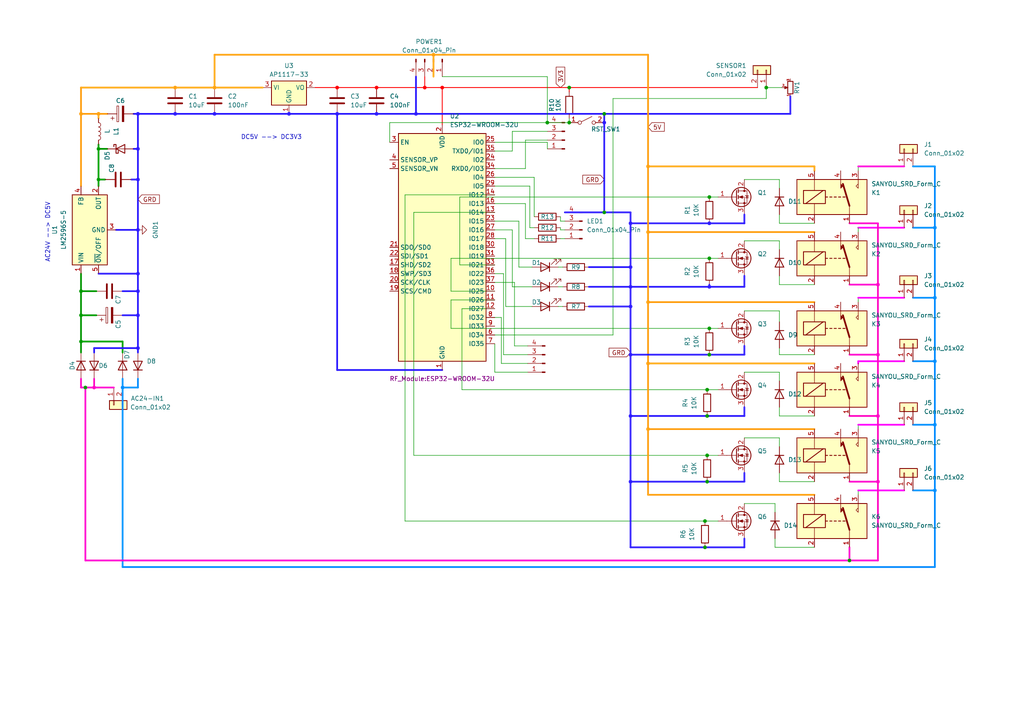
<source format=kicad_sch>
(kicad_sch (version 20230121) (generator eeschema)
  (paper "A4")
  (title_block (rev "1.2.0.1"))
  (lib_symbols
    (symbol "Connector:Conn_01x04_Pin" (pin_names (offset 1.016) hide)
      (property "Reference" "J" (at 0 5.08 0))
      (property "Value" "Conn_01x04_Pin" (at 0 -7.62 0))
      (symbol "Conn_01x04_Pin_1_1"
        (pin passive line (at 5.08 2.54 180) (length 3.81) (name "Pin_1") (number "1"))
        (pin passive line (at 5.08 0 180) (length 3.81) (name "Pin_2") (number "2"))
        (pin passive line (at 5.08 -2.54 180) (length 3.81) (name "Pin_3") (number "3"))
        (pin passive line (at 5.08 -5.08 180) (length 3.81) (name "Pin_4") (number "4"))
      )
    )
    (symbol "Connector_Generic:Conn_01x02" (pin_names (offset 1.016) hide)
      (property "Reference" "J" (at 0 2.54 0))
      (property "Value" "Conn_01x02" (at 0 -5.08 0))
      (symbol "Conn_01x02_1_1"
        (pin passive line (at -5.08 0 0) (length 3.81) (name "Pin_1") (number "1"))
        (pin passive line (at -5.08 -2.54 0) (length 3.81) (name "Pin_2") (number "2"))
      )
    )
    (symbol "Device:C" (pin_numbers hide) (pin_names (offset 0.254))
      (property "Reference" "C" (at 0.635 2.54 0))
      (property "Value" "C" (at 0.635 -2.54 0))
      (symbol "C_1_1"
        (pin passive line (at 0 3.81 270) (length 2.794) (name "~") (number "1"))
        (pin passive line (at 0 -3.81 90) (length 2.794) (name "~") (number "2"))
      )
    )
    (symbol "Device:C_Polarized" (pin_numbers hide) (pin_names (offset 0.254))
      (property "Reference" "C" (at 0.635 2.54 0))
      (property "Value" "C_Polarized" (at 0.635 -2.54 0))
      (symbol "C_Polarized_1_1"
        (pin passive line (at 0 3.81 270) (length 2.794) (name "~") (number "1"))
        (pin passive line (at 0 -3.81 90) (length 2.794) (name "~") (number "2"))
      )
    )
    (symbol "Device:L" (pin_numbers hide) (pin_names (offset 1.016) hide)
      (property "Reference" "L" (at -1.27 0 90))
      (property "Value" "L" (at 1.905 0 90))
      (symbol "L_1_1"
        (pin passive line (at 0 3.81 270) (length 1.27) (name "1") (number "1"))
        (pin passive line (at 0 -3.81 90) (length 1.27) (name "2") (number "2"))
      )
    )
    (symbol "Device:LED" (pin_numbers hide) (pin_names (offset 1.016) hide)
      (property "Reference" "D" (at 0 2.54 0))
      (property "Value" "LED" (at 0 -2.54 0))
      (symbol "LED_1_1"
        (pin passive line (at -3.81 0 0) (length 2.54) (name "K") (number "1"))
        (pin passive line (at 3.81 0 180) (length 2.54) (name "A") (number "2"))
      )
    )
    (symbol "Device:Q_NMOS_GDS" (pin_names (offset 0) hide)
      (property "Reference" "Q" (at 5.08 1.27 0))
      (property "Value" "Q_NMOS_GDS" (at 5.08 -1.27 0))
      (symbol "Q_NMOS_GDS_1_1"
        (pin input line (at -5.08 0 0) (length 2.54) (name "G") (number "1"))
        (pin passive line (at 2.54 5.08 270) (length 2.54) (name "D") (number "2"))
        (pin passive line (at 2.54 -5.08 90) (length 2.54) (name "S") (number "3"))
      )
    )
    (symbol "Device:R" (pin_numbers hide) (pin_names (offset 0))
      (property "Reference" "R" (at 2.032 0 90))
      (property "Value" "R" (at 0 0 90))
      (symbol "R_1_1"
        (pin passive line (at 0 3.81 270) (length 1.27) (name "~") (number "1"))
        (pin passive line (at 0 -3.81 90) (length 1.27) (name "~") (number "2"))
      )
    )
    (symbol "Device:R_Potentiometer_Small" (pin_names (offset 1.016) hide)
      (property "Reference" "RV" (at -4.445 0 90))
      (property "Value" "R_Potentiometer_Small" (at -2.54 0 90))
      (symbol "R_Potentiometer_Small_1_1"
        (pin passive line (at 0 2.54 270) (length 0.635) (name "1") (number "1"))
        (pin passive line (at 2.54 0 180) (length 0.9906) (name "2") (number "2"))
        (pin passive line (at 0 -2.54 90) (length 0.635) (name "3") (number "3"))
      )
    )
    (symbol "Diode:B140-E3" (pin_numbers hide) (pin_names hide)
      (property "Reference" "D" (at 0 2.54 0))
      (property "Value" "B140-E3" (at 0 -2.54 0))
      (symbol "B140-E3_1_1"
        (pin passive line (at -3.81 0 0) (length 2.54) (name "K") (number "1"))
        (pin passive line (at 3.81 0 180) (length 2.54) (name "A") (number "2"))
      )
    )
    (symbol "Diode:US1A" (pin_numbers hide) (pin_names hide)
      (property "Reference" "D" (at 0 2.54 0))
      (property "Value" "US1A" (at 0 -2.54 0))
      (symbol "US1A_1_1"
        (pin passive line (at -3.81 0 0) (length 2.54) (name "K") (number "1"))
        (pin passive line (at 3.81 0 180) (length 2.54) (name "A") (number "2"))
      )
    )
    (symbol "RF_Module:ESP32-WROOM-32D"
      (property "Reference" "U" (at -12.7 34.29 0))
      (property "Value" "ESP32-WROOM-32D" (at 1.27 34.29 0))
      (symbol "ESP32-WROOM-32D_1_1"
        (pin power_in line (at 0 -35.56 90) (length 2.54) (name "GND") (number "1"))
        (pin bidirectional line (at 15.24 -12.7 180) (length 2.54) (name "IO25") (number "10"))
        (pin bidirectional line (at 15.24 -15.24 180) (length 2.54) (name "IO26") (number "11"))
        (pin bidirectional line (at 15.24 -17.78 180) (length 2.54) (name "IO27") (number "12"))
        (pin bidirectional line (at 15.24 10.16 180) (length 2.54) (name "IO14") (number "13"))
        (pin bidirectional line (at 15.24 15.24 180) (length 2.54) (name "IO12") (number "14"))
        (pin passive line (at 0 -35.56 90) (length 2.54) hide (name "GND") (number "15"))
        (pin bidirectional line (at 15.24 12.7 180) (length 2.54) (name "IO13") (number "16"))
        (pin bidirectional line (at -15.24 -5.08 0) (length 2.54) (name "SHD/SD2") (number "17"))
        (pin bidirectional line (at -15.24 -7.62 0) (length 2.54) (name "SWP/SD3") (number "18"))
        (pin bidirectional line (at -15.24 -12.7 0) (length 2.54) (name "SCS/CMD") (number "19"))
        (pin power_in line (at 0 35.56 270) (length 2.54) (name "VDD") (number "2"))
        (pin bidirectional line (at -15.24 -10.16 0) (length 2.54) (name "SCK/CLK") (number "20"))
        (pin bidirectional line (at -15.24 0 0) (length 2.54) (name "SDO/SD0") (number "21"))
        (pin bidirectional line (at -15.24 -2.54 0) (length 2.54) (name "SDI/SD1") (number "22"))
        (pin bidirectional line (at 15.24 7.62 180) (length 2.54) (name "IO15") (number "23"))
        (pin bidirectional line (at 15.24 25.4 180) (length 2.54) (name "IO2") (number "24"))
        (pin bidirectional line (at 15.24 30.48 180) (length 2.54) (name "IO0") (number "25"))
        (pin bidirectional line (at 15.24 20.32 180) (length 2.54) (name "IO4") (number "26"))
        (pin bidirectional line (at 15.24 5.08 180) (length 2.54) (name "IO16") (number "27"))
        (pin bidirectional line (at 15.24 2.54 180) (length 2.54) (name "IO17") (number "28"))
        (pin bidirectional line (at 15.24 17.78 180) (length 2.54) (name "IO5") (number "29"))
        (pin input line (at -15.24 30.48 0) (length 2.54) (name "EN") (number "3"))
        (pin bidirectional line (at 15.24 0 180) (length 2.54) (name "IO18") (number "30"))
        (pin bidirectional line (at 15.24 -2.54 180) (length 2.54) (name "IO19") (number "31"))
        (pin no_connect line (at -12.7 -27.94 0) (length 2.54) hide (name "NC") (number "32"))
        (pin bidirectional line (at 15.24 -5.08 180) (length 2.54) (name "IO21") (number "33"))
        (pin bidirectional line (at 15.24 22.86 180) (length 2.54) (name "RXD0/IO3") (number "34"))
        (pin bidirectional line (at 15.24 27.94 180) (length 2.54) (name "TXD0/IO1") (number "35"))
        (pin bidirectional line (at 15.24 -7.62 180) (length 2.54) (name "IO22") (number "36"))
        (pin bidirectional line (at 15.24 -10.16 180) (length 2.54) (name "IO23") (number "37"))
        (pin passive line (at 0 -35.56 90) (length 2.54) hide (name "GND") (number "38"))
        (pin passive line (at 0 -35.56 90) (length 2.54) hide (name "GND") (number "39"))
        (pin input line (at -15.24 25.4 0) (length 2.54) (name "SENSOR_VP") (number "4"))
        (pin input line (at -15.24 22.86 0) (length 2.54) (name "SENSOR_VN") (number "5"))
        (pin input line (at 15.24 -25.4 180) (length 2.54) (name "IO34") (number "6"))
        (pin input line (at 15.24 -27.94 180) (length 2.54) (name "IO35") (number "7"))
        (pin bidirectional line (at 15.24 -20.32 180) (length 2.54) (name "IO32") (number "8"))
        (pin bidirectional line (at 15.24 -22.86 180) (length 2.54) (name "IO33") (number "9"))
      )
    )
    (symbol "Regulator_Linear:AP1117-33"
      (property "Reference" "U" (at -3.81 3.175 0))
      (property "Value" "AP1117-33" (at 0 3.175 0))
      (symbol "AP1117-33_1_1"
        (pin power_in line (at 0 -7.62 90) (length 2.54) (name "GND") (number "1"))
        (pin power_out line (at 7.62 0 180) (length 2.54) (name "VO") (number "2"))
        (pin power_in line (at -7.62 0 0) (length 2.54) (name "VI") (number "3"))
      )
    )
    (symbol "Regulator_Switching:LM2596S-5"
      (property "Reference" "U" (at -10.16 6.35 0))
      (property "Value" "LM2596S-5" (at 0 6.35 0))
      (symbol "LM2596S-5_1_1"
        (pin power_in line (at -12.7 2.54 0) (length 2.54) (name "VIN") (number "1"))
        (pin output line (at 12.7 -2.54 180) (length 2.54) (name "OUT") (number "2"))
        (pin power_in line (at 0 -7.62 90) (length 2.54) (name "GND") (number "3"))
        (pin input line (at 12.7 2.54 180) (length 2.54) (name "FB") (number "4"))
        (pin input line (at -12.7 -2.54 0) (length 2.54) (name "~{ON}/OFF") (number "5"))
      )
    )
    (symbol "Relay:SANYOU_SRD_Form_C"
      (property "Reference" "K" (at 11.43 3.81 0))
      (property "Value" "SANYOU_SRD_Form_C" (at 11.43 1.27 0))
      (symbol "SANYOU_SRD_Form_C_1_1"
        (pin passive line (at 5.08 -7.62 90) (length 2.54) (name "~") (number "1"))
        (pin passive line (at -5.08 -7.62 90) (length 2.54) (name "~") (number "2"))
        (pin passive line (at 7.62 7.62 270) (length 2.54) (name "~") (number "3"))
        (pin passive line (at 2.54 7.62 270) (length 2.54) (name "~") (number "4"))
        (pin passive line (at -5.08 7.62 270) (length 2.54) (name "~") (number "5"))
      )
    )
    (symbol "Switch:SW_SPST" (pin_names (offset 0) hide)
      (property "Reference" "SW" (at 0 3.175 0))
      (property "Value" "SW_SPST" (at 0 -2.54 0))
      (symbol "SW_SPST_1_1"
        (pin passive line (at -5.08 0 0) (length 2.54) (name "A") (number "1"))
        (pin passive line (at 5.08 0 180) (length 2.54) (name "B") (number "2"))
      )
    )
    (symbol "power:GND1" (power) (pin_names (offset 0))
      (property "Value" "GND1" (at 0 -3.81 0))
      (symbol "GND1_1_1"
        (pin power_in line (at 0 0 270) (length 0) hide (name "GND1") (number "1"))
      )
    )
  )
  (junction (at 175.26 33.02))
  (junction (at 23.495 99.06))
  (junction (at 204.47 158.75))
  (junction (at 28.575 43.18))
  (junction (at 254.635 139.7) (color 255 4 195 1))
  (junction (at 128.27 25.4) (color 255 0 4 1))
  (junction (at 254.635 102.87) (color 255 4 195 1))
  (junction (at 28.575 52.07))
  (junction (at 23.495 91.44))
  (junction (at 125.73 15.875) (color 255 158 14 1))
  (junction (at 40.005 43.18) (color 41 23 255 1))
  (junction (at 187.96 48.26) (color 255 158 14 1))
  (junction (at 62.23 25.4) (color 255 158 14 1))
  (junction (at 40.005 100.965) (color 41 23 255 1))
  (junction (at 205.74 57.15))
  (junction (at 83.82 33.02) (color 41 23 255 1))
  (junction (at 175.26 61.595))
  (junction (at 222.25 25.4))
  (junction (at 123.19 25.4) (color 255 0 4 1))
  (junction (at 165.1 25.4))
  (junction (at 97.79 33.02) (color 41 23 255 1))
  (junction (at 35.56 112.395) (color 0 138 255 1))
  (junction (at 40.005 79.375) (color 41 23 255 1))
  (junction (at 50.8 25.4) (color 255 158 14 1))
  (junction (at 23.495 33.02) (color 255 158 14 1))
  (junction (at 182.88 102.87) (color 41 23 255 1))
  (junction (at 187.96 67.31) (color 255 158 14 1))
  (junction (at 109.22 25.4) (color 255 0 4 1))
  (junction (at 271.145 66.04) (color 0 138 255 1))
  (junction (at 50.8 33.02) (color 41 23 255 1))
  (junction (at 271.145 142.24) (color 0 138 255 1))
  (junction (at 187.96 124.46) (color 255 158 14 1))
  (junction (at 187.96 87.63) (color 255 158 14 1))
  (junction (at 175.26 35.56) (color 41 23 255 1))
  (junction (at 246.38 162.56))
  (junction (at 271.145 123.19) (color 0 138 255 1))
  (junction (at 182.88 120.65) (color 41 23 255 1))
  (junction (at 271.145 86.36) (color 0 138 255 1))
  (junction (at 97.79 25.4) (color 255 0 4 1))
  (junction (at 254.635 120.65) (color 255 4 195 1))
  (junction (at 205.105 132.08))
  (junction (at 120.65 33.02) (color 41 23 255 1))
  (junction (at 254.635 82.55) (color 255 4 195 1))
  (junction (at 40.005 66.675) (color 41 23 255 1))
  (junction (at 165.1 35.56))
  (junction (at 62.23 33.02) (color 41 23 255 1))
  (junction (at 205.74 102.87))
  (junction (at 205.105 120.65))
  (junction (at 204.47 151.13))
  (junction (at 40.005 84.455) (color 41 23 255 1))
  (junction (at 271.145 104.775) (color 0 138 255 1))
  (junction (at 182.88 88.9) (color 41 23 255 1))
  (junction (at 27.305 112.395) (color 255 4 195 1))
  (junction (at 182.88 139.7) (color 41 23 255 1))
  (junction (at 182.88 64.77) (color 41 23 255 1))
  (junction (at 205.74 64.77) (color 41 23 255 1))
  (junction (at 182.88 77.47) (color 41 23 255 1))
  (junction (at 205.74 83.185) (color 41 23 255 1))
  (junction (at 205.105 113.03))
  (junction (at 205.74 95.25))
  (junction (at 40.005 91.44) (color 41 23 255 1))
  (junction (at 109.22 33.02) (color 41 23 255 1))
  (junction (at 205.105 139.7))
  (junction (at 40.005 33.02) (color 41 23 255 1))
  (junction (at 187.96 105.41) (color 255 158 14 1))
  (junction (at 182.88 83.185) (color 41 23 255 1))
  (junction (at 24.765 112.395))
  (junction (at 23.495 84.455))
  (junction (at 158.75 35.56))
  (junction (at 28.575 33.02) (color 255 158 14 1))
  (junction (at 40.005 52.07) (color 41 23 255 1))
  (junction (at 205.74 74.93))
  (wire (pts (xy 146.685 69.215) (xy 143.51 69.215)))
  (wire (pts (xy 120.65 22.225) (xy 120.65 33.02)) (stroke (width 0.5) (color 41 23 255 1)))
  (wire (pts (xy 187.96 87.63) (xy 236.22 87.63)) (stroke (width 0.5) (color 255 158 14 1)))
  (wire (pts (xy 236.22 49.53) (xy 236.22 48.26)) (stroke (width 0.5) (color 255 158 14 1)))
  (wire (pts (xy 23.495 84.455) (xy 23.495 91.44)) (stroke (width 0.5)))
  (wire (pts (xy 224.79 148.59) (xy 224.79 146.05)))
  (wire (pts (xy 28.575 52.07) (xy 28.575 43.18)) (stroke (width 0.5)))
  (wire (pts (xy 23.495 84.455) (xy 27.94 84.455)) (stroke (width 0.5)))
  (wire (pts (xy 40.005 84.455) (xy 40.005 91.44)) (stroke (width 0.5) (color 41 23 255 1)))
  (wire (pts (xy 170.815 77.47) (xy 182.88 77.47)) (stroke (width 0.5) (color 41 23 255 1)))
  (wire (pts (xy 143.51 43.815) (xy 148.59 43.815)))
  (wire (pts (xy 226.06 127) (xy 226.06 129.54)))
  (wire (pts (xy 128.27 25.4) (xy 165.1 25.4)) (stroke (width 0.25) (color 255 0 4 1)))
  (wire (pts (xy 83.82 33.02) (xy 97.79 33.02)) (stroke (width 0.5) (color 41 23 255 1)))
  (wire (pts (xy 109.22 25.4) (xy 123.19 25.4)) (stroke (width 0.25) (color 255 0 4 1)))
  (wire (pts (xy 226.06 102.87) (xy 236.22 102.87)))
  (wire (pts (xy 33.655 66.675) (xy 40.005 66.675)) (stroke (width 0.5) (color 41 23 255 1)))
  (wire (pts (xy 236.22 158.75) (xy 224.79 158.75)))
  (wire (pts (xy 130.81 86.995) (xy 143.51 86.995)))
  (wire (pts (xy 158.75 40.64) (xy 152.4 40.64)))
  (wire (pts (xy 215.9 120.65) (xy 215.9 118.11)) (stroke (width 0.5) (color 41 23 255 1)))
  (wire (pts (xy 248.92 48.26) (xy 262.255 48.26)) (stroke (width 0.5) (color 255 7 206 1)))
  (wire (pts (xy 187.96 124.46) (xy 187.96 143.51)) (stroke (width 0.5) (color 255 158 14 1)))
  (wire (pts (xy 229.235 27.94) (xy 229.235 33.02)) (stroke (width 0.5) (color 41 23 255 1)))
  (wire (pts (xy 133.985 89.535) (xy 143.51 89.535)))
  (wire (pts (xy 154.94 51.435) (xy 154.94 62.865)))
  (wire (pts (xy 154.305 77.47) (xy 150.495 77.47)))
  (wire (pts (xy 24.765 112.395) (xy 27.305 112.395)) (stroke (width 0.5) (color 255 4 195 1)))
  (wire (pts (xy 264.795 123.19) (xy 271.145 123.19)) (stroke (width 0.5) (color 0 138 255 1)))
  (wire (pts (xy 97.79 25.4) (xy 109.22 25.4)) (stroke (width 0.25) (color 255 0 4 1)))
  (wire (pts (xy 38.735 33.02) (xy 40.005 33.02)) (stroke (width 0.5) (color 41 23 255 1)))
  (wire (pts (xy 182.88 77.47) (xy 182.88 83.185)) (stroke (width 0.5) (color 41 23 255 1)))
  (wire (pts (xy 222.25 25.4) (xy 222.25 28.575)))
  (wire (pts (xy 182.88 158.75) (xy 182.88 139.7)) (stroke (width 0.5) (color 41 23 255 1)))
  (wire (pts (xy 120.65 33.02) (xy 175.26 33.02)) (stroke (width 0.5) (color 41 23 255 1)))
  (wire (pts (xy 133.35 57.15) (xy 205.74 57.15)))
  (wire (pts (xy 248.92 104.775) (xy 262.255 104.775)) (stroke (width 0.5) (color 255 0 251 1)))
  (wire (pts (xy 133.985 113.03) (xy 133.985 89.535)))
  (wire (pts (xy 23.495 53.975) (xy 23.495 33.02)) (stroke (width 0.5) (color 255 158 14 1)))
  (wire (pts (xy 248.92 123.19) (xy 262.255 123.19)) (stroke (width 0.5) (color 255 0 251 1)))
  (wire (pts (xy 165.1 25.4) (xy 165.1 26.67)) (stroke (width 0.25) (color 255 0 4 1)))
  (wire (pts (xy 182.88 102.87) (xy 182.88 120.65)) (stroke (width 0.5) (color 41 23 255 1)))
  (wire (pts (xy 130.81 74.93) (xy 205.74 74.93)))
  (wire (pts (xy 24.765 162.56) (xy 246.38 162.56)) (stroke (width 0.5) (color 255 4 195 1)))
  (wire (pts (xy 149.225 100.33) (xy 149.225 81.915)))
  (wire (pts (xy 248.92 86.36) (xy 262.255 86.36)) (stroke (width 0.5) (color 255 0 251 1)))
  (wire (pts (xy 165.1 25.4) (xy 219.71 25.4)) (stroke (width 0.25) (color 255 0 4 1)))
  (wire (pts (xy 254.635 64.77) (xy 246.38 64.77)) (stroke (width 0.5) (color 255 4 195 1)))
  (wire (pts (xy 123.19 22.225) (xy 123.19 25.4)) (stroke (width 0.25) (color 255 0 4 1)))
  (wire (pts (xy 27.305 112.395) (xy 33.02 112.395)) (stroke (width 0.5) (color 255 4 195 1)))
  (wire (pts (xy 226.06 80.01) (xy 226.06 82.55)))
  (wire (pts (xy 38.735 43.18) (xy 40.005 43.18)) (stroke (width 0.5) (color 41 23 255 1)))
  (wire (pts (xy 35.56 164.465) (xy 35.56 112.395)) (stroke (width 0.5) (color 0 138 255 1)))
  (wire (pts (xy 248.92 86.36) (xy 248.92 87.63)))
  (wire (pts (xy 153.67 53.975) (xy 153.67 66.04)))
  (wire (pts (xy 175.26 35.56) (xy 175.26 61.595)) (stroke (width 0.5) (color 41 23 255 1)))
  (wire (pts (xy 271.145 123.19) (xy 271.145 142.24)) (stroke (width 0.5) (color 0 138 255 1)))
  (wire (pts (xy 254.635 64.77) (xy 254.635 82.55)) (stroke (width 0.5) (color 255 4 195 1)))
  (wire (pts (xy 226.06 62.23) (xy 226.06 64.77)))
  (wire (pts (xy 117.475 151.13) (xy 204.47 151.13)))
  (wire (pts (xy 125.73 15.875) (xy 187.96 15.875)) (stroke (width 0.5) (color 255 158 14 1)))
  (wire (pts (xy 264.795 104.775) (xy 271.145 104.775)) (stroke (width 0.5) (color 0 138 255 1)))
  (wire (pts (xy 205.74 74.93) (xy 208.28 74.93)))
  (wire (pts (xy 158.75 41.275) (xy 158.75 43.18)))
  (wire (pts (xy 205.74 95.25) (xy 208.28 95.25)))
  (wire (pts (xy 170.815 83.185) (xy 182.88 83.185)) (stroke (width 0.5) (color 41 23 255 1)))
  (wire (pts (xy 145.415 92.075) (xy 143.51 92.075)))
  (wire (pts (xy 28.575 33.02) (xy 31.115 33.02)) (stroke (width 0.5) (color 255 158 14 1)))
  (wire (pts (xy 248.92 66.04) (xy 262.255 66.04)) (stroke (width 0.5) (color 255 0 251 1)))
  (wire (pts (xy 143.51 97.155) (xy 177.8 97.155)))
  (wire (pts (xy 161.925 83.185) (xy 163.195 83.185)))
  (wire (pts (xy 153.035 102.87) (xy 146.05 102.87)))
  (wire (pts (xy 205.74 64.77) (xy 215.9 64.77)) (stroke (width 0.5) (color 41 23 255 1)))
  (wire (pts (xy 248.92 48.26) (xy 248.92 49.53)))
  (wire (pts (xy 163.195 77.47) (xy 161.925 77.47)))
  (wire (pts (xy 246.38 162.56) (xy 254.635 162.56)) (stroke (width 0.5) (color 255 4 195 1)))
  (wire (pts (xy 254.635 82.55) (xy 254.635 102.87)) (stroke (width 0.5) (color 255 4 195 1)))
  (wire (pts (xy 215.9 139.7) (xy 215.9 137.16)) (stroke (width 0.5) (color 41 23 255 1)))
  (wire (pts (xy 226.06 64.77) (xy 236.22 64.77)))
  (wire (pts (xy 248.92 142.24) (xy 262.255 142.24)) (stroke (width 0.5) (color 255 0 251 1)))
  (wire (pts (xy 40.005 79.375) (xy 40.005 84.455)) (stroke (width 0.5) (color 41 23 255 1)))
  (wire (pts (xy 271.145 86.36) (xy 271.145 104.775)) (stroke (width 0.5) (color 0 138 255 1)))
  (wire (pts (xy 246.38 158.75) (xy 246.38 162.56)) (stroke (width 0.5) (color 255 4 195 1)))
  (wire (pts (xy 40.005 43.18) (xy 40.005 33.02)) (stroke (width 0.5) (color 41 23 255 1)))
  (wire (pts (xy 120.015 61.595) (xy 143.51 61.595)))
  (wire (pts (xy 28.575 79.375) (xy 40.005 79.375)) (stroke (width 0.5) (color 41 23 255 1)))
  (wire (pts (xy 204.47 158.75) (xy 215.9 158.75)) (stroke (width 0.5) (color 41 23 255 1)))
  (wire (pts (xy 175.26 61.595) (xy 182.88 61.595)) (stroke (width 0.5) (color 41 23 255 1)))
  (wire (pts (xy 62.23 33.02) (xy 83.82 33.02)) (stroke (width 0.5) (color 41 23 255 1)))
  (wire (pts (xy 205.105 132.08) (xy 208.28 132.08)))
  (wire (pts (xy 28.575 53.975) (xy 28.575 52.07)) (stroke (width 0.5)))
  (wire (pts (xy 215.9 69.85) (xy 226.06 69.85)))
  (wire (pts (xy 165.1 34.29) (xy 165.1 35.56)))
  (wire (pts (xy 153.035 100.33) (xy 149.225 100.33)))
  (wire (pts (xy 146.685 88.9) (xy 146.685 69.215)))
  (wire (pts (xy 143.51 56.515) (xy 117.475 56.515)))
  (wire (pts (xy 163.83 66.675) (xy 162.56 66.675)))
  (wire (pts (xy 205.74 83.185) (xy 215.9 83.185)) (stroke (width 0.5) (color 41 23 255 1)))
  (wire (pts (xy 120.015 132.08) (xy 120.015 61.595)))
  (wire (pts (xy 143.51 59.055) (xy 152.4 59.055)))
  (wire (pts (xy 205.74 57.15) (xy 208.28 57.15)))
  (wire (pts (xy 148.59 38.1) (xy 148.59 43.815)))
  (wire (pts (xy 158.75 22.225) (xy 158.75 35.56)))
  (wire (pts (xy 130.81 84.455) (xy 143.51 84.455)))
  (wire (pts (xy 146.05 79.375) (xy 146.05 102.87)))
  (wire (pts (xy 91.44 25.4) (xy 97.79 25.4)) (stroke (width 0.25) (color 255 0 4 1)))
  (wire (pts (xy 143.51 41.275) (xy 158.75 41.275)))
  (wire (pts (xy 271.145 66.04) (xy 271.145 86.36)) (stroke (width 0.5) (color 0 138 255 1)))
  (wire (pts (xy 97.79 33.02) (xy 97.79 107.315)) (stroke (width 0.5) (color 41 23 255 1)))
  (wire (pts (xy 205.105 139.7) (xy 215.9 139.7)) (stroke (width 0.5) (color 41 23 255 1)))
  (wire (pts (xy 264.795 48.26) (xy 271.145 48.26)) (stroke (width 0.5) (color 0 138 255 1)))
  (wire (pts (xy 152.4 59.055) (xy 152.4 69.215)))
  (wire (pts (xy 163.83 64.135) (xy 162.56 64.135)))
  (wire (pts (xy 40.005 79.375) (xy 40.005 66.675)) (stroke (width 0.5) (color 41 23 255 1)))
  (wire (pts (xy 222.25 25.4) (xy 226.695 25.4)))
  (wire (pts (xy 35.56 112.395) (xy 40.005 112.395)) (stroke (width 0.5) (color 0 138 255 1)))
  (wire (pts (xy 146.05 79.375) (xy 143.51 79.375)))
  (wire (pts (xy 226.06 52.07) (xy 226.06 54.61)))
  (wire (pts (xy 143.51 81.915) (xy 149.225 81.915)))
  (wire (pts (xy 246.38 120.65) (xy 254.635 120.65)) (stroke (width 0.5) (color 255 4 195 1)))
  (wire (pts (xy 187.96 105.41) (xy 236.22 105.41)) (stroke (width 0.5) (color 255 158 14 1)))
  (wire (pts (xy 187.96 124.46) (xy 236.22 124.46)) (stroke (width 0.5) (color 255 158 14 1)))
  (wire (pts (xy 246.38 139.7) (xy 254.635 139.7)) (stroke (width 0.5) (color 255 4 195 1)))
  (wire (pts (xy 128.27 22.225) (xy 158.75 22.225)))
  (wire (pts (xy 271.145 48.26) (xy 271.145 66.04)) (stroke (width 0.5) (color 0 138 255 1)))
  (wire (pts (xy 40.005 91.44) (xy 40.005 100.965)) (stroke (width 0.5) (color 41 23 255 1)))
  (wire (pts (xy 222.25 28.575) (xy 177.8 28.575)))
  (wire (pts (xy 162.56 66.675) (xy 162.56 66.04)))
  (wire (pts (xy 23.495 99.06) (xy 23.495 102.235)) (stroke (width 0.5)))
  (wire (pts (xy 162.56 64.135) (xy 162.56 62.865)))
  (wire (pts (xy 215.9 102.87) (xy 215.9 100.33)) (stroke (width 0.5) (color 41 23 255 1)))
  (wire (pts (xy 97.79 107.315) (xy 128.27 107.315)) (stroke (width 0.5) (color 41 23 255 1)))
  (wire (pts (xy 187.96 67.31) (xy 187.96 87.63)) (stroke (width 0.5) (color 255 158 14 1)))
  (wire (pts (xy 175.26 33.02) (xy 229.235 33.02)) (stroke (width 0.5) (color 41 23 255 1)))
  (wire (pts (xy 23.495 109.855) (xy 23.495 112.395)) (stroke (width 0.5) (color 255 4 195 1)))
  (wire (pts (xy 154.94 51.435) (xy 143.51 51.435)))
  (wire (pts (xy 130.81 95.25) (xy 130.81 86.995)))
  (wire (pts (xy 62.23 15.875) (xy 62.23 25.4)) (stroke (width 0.5) (color 255 158 14 1)))
  (wire (pts (xy 236.22 67.31) (xy 187.96 67.31)) (stroke (width 0.5) (color 255 158 14 1)))
  (wire (pts (xy 154.305 83.185) (xy 148.59 83.185)))
  (wire (pts (xy 248.92 142.24) (xy 248.92 143.51)))
  (wire (pts (xy 226.06 120.65) (xy 236.22 120.65)))
  (wire (pts (xy 248.92 104.775) (xy 248.92 105.41)) (stroke (width 0.5) (color 255 0 251 1)))
  (wire (pts (xy 182.88 120.65) (xy 205.105 120.65)) (stroke (width 0.5) (color 41 23 255 1)))
  (wire (pts (xy 187.96 87.63) (xy 187.96 105.41)) (stroke (width 0.5) (color 255 158 14 1)))
  (wire (pts (xy 158.75 38.1) (xy 148.59 38.1)))
  (wire (pts (xy 133.35 57.15) (xy 133.35 76.835)))
  (wire (pts (xy 23.495 91.44) (xy 23.495 99.06)) (stroke (width 0.5)))
  (wire (pts (xy 175.26 33.02) (xy 175.26 35.56)) (stroke (width 0.5) (color 41 23 255 1)))
  (wire (pts (xy 123.19 25.4) (xy 128.27 25.4)) (stroke (width 0.25) (color 255 0 4 1)))
  (wire (pts (xy 97.79 33.02) (xy 109.22 33.02)) (stroke (width 0.5) (color 41 23 255 1)))
  (wire (pts (xy 113.03 35.56) (xy 158.75 35.56)))
  (wire (pts (xy 248.92 66.04) (xy 248.92 67.31)))
  (wire (pts (xy 154.94 66.04) (xy 153.67 66.04)))
  (wire (pts (xy 125.73 15.875) (xy 125.73 22.225)) (stroke (width 0.5) (color 255 158 14 1)))
  (wire (pts (xy 40.005 84.455) (xy 35.56 84.455)) (stroke (width 0.5) (color 41 23 255 1)))
  (wire (pts (xy 23.495 25.4) (xy 23.495 33.02)) (stroke (width 0.5) (color 255 158 14 1)))
  (wire (pts (xy 177.8 28.575) (xy 177.8 97.155)))
  (wire (pts (xy 23.495 25.4) (xy 50.8 25.4)) (stroke (width 0.5) (color 255 158 14 1)))
  (wire (pts (xy 224.79 146.05) (xy 215.9 146.05)))
  (wire (pts (xy 40.005 100.965) (xy 40.005 102.235)) (stroke (width 0.5) (color 41 23 255 1)))
  (wire (pts (xy 226.06 139.7) (xy 236.22 139.7)))
  (wire (pts (xy 204.47 151.13) (xy 208.28 151.13)))
  (wire (pts (xy 215.9 90.17) (xy 226.06 90.17)))
  (wire (pts (xy 130.81 74.93) (xy 130.81 84.455)))
  (wire (pts (xy 145.415 105.41) (xy 145.415 92.075)))
  (wire (pts (xy 27.305 100.965) (xy 27.305 102.235)) (stroke (width 0.5) (color 41 23 255 1)))
  (wire (pts (xy 182.88 83.185) (xy 182.88 88.9)) (stroke (width 0.5) (color 41 23 255 1)))
  (wire (pts (xy 40.005 33.02) (xy 50.8 33.02)) (stroke (width 0.5) (color 41 23 255 1)))
  (wire (pts (xy 28.575 34.29) (xy 28.575 33.02)) (stroke (width 0.5) (color 255 158 14 1)))
  (wire (pts (xy 187.96 48.26) (xy 187.96 67.31)) (stroke (width 0.5) (color 255 158 14 1)))
  (wire (pts (xy 23.495 79.375) (xy 23.495 84.455)) (stroke (width 0.5)))
  (wire (pts (xy 24.765 112.395) (xy 23.495 112.395)) (stroke (width 0.5) (color 255 4 195 1)))
  (wire (pts (xy 215.9 127) (xy 226.06 127)))
  (wire (pts (xy 215.9 64.77) (xy 215.9 62.23)) (stroke (width 0.5) (color 41 23 255 1)))
  (wire (pts (xy 120.015 132.08) (xy 205.105 132.08)))
  (wire (pts (xy 182.88 83.185) (xy 205.74 83.185)) (stroke (width 0.5) (color 41 23 255 1)))
  (wire (pts (xy 182.88 64.77) (xy 182.88 61.595)) (stroke (width 0.5) (color 41 23 255 1)))
  (wire (pts (xy 23.495 91.44) (xy 27.94 91.44)) (stroke (width 0.5)))
  (wire (pts (xy 246.38 82.55) (xy 254.635 82.55)) (stroke (width 0.5) (color 255 4 195 1)))
  (wire (pts (xy 133.985 113.03) (xy 205.105 113.03)))
  (wire (pts (xy 205.105 113.03) (xy 208.28 113.03)))
  (wire (pts (xy 205.74 82.55) (xy 205.74 83.185)) (stroke (width 0.5) (color 41 23 255 1)))
  (wire (pts (xy 226.06 137.16) (xy 226.06 139.7)))
  (wire (pts (xy 130.81 95.25) (xy 205.74 95.25)))
  (wire (pts (xy 226.06 118.11) (xy 226.06 120.65)))
  (wire (pts (xy 117.475 56.515) (xy 117.475 151.13)))
  (wire (pts (xy 143.51 107.95) (xy 143.51 99.695)))
  (wire (pts (xy 182.88 102.87) (xy 205.74 102.87)) (stroke (width 0.5) (color 41 23 255 1)))
  (wire (pts (xy 254.635 120.65) (xy 254.635 139.7)) (stroke (width 0.5) (color 255 4 195 1)))
  (wire (pts (xy 271.145 104.775) (xy 271.145 123.19)) (stroke (width 0.5) (color 0 138 255 1)))
  (wire (pts (xy 128.27 25.4) (xy 128.27 36.195)) (stroke (width 0.25) (color 255 0 4 1)))
  (wire (pts (xy 254.635 139.7) (xy 254.635 162.56)) (stroke (width 0.5) (color 255 4 195 1)))
  (wire (pts (xy 248.92 123.19) (xy 248.92 124.46)))
  (wire (pts (xy 62.23 15.875) (xy 125.73 15.875)) (stroke (width 0.5) (color 255 158 14 1)))
  (wire (pts (xy 187.96 105.41) (xy 187.96 124.46)) (stroke (width 0.5) (color 255 158 14 1)))
  (wire (pts (xy 50.8 25.4) (xy 62.23 25.4)) (stroke (width 0.5) (color 255 158 14 1)))
  (wire (pts (xy 163.83 61.595) (xy 175.26 61.595)) (stroke (width 0.5) (color 41 23 255 1)))
  (wire (pts (xy 153.035 107.95) (xy 143.51 107.95)))
  (wire (pts (xy 182.88 64.77) (xy 205.74 64.77)) (stroke (width 0.5) (color 41 23 255 1)))
  (wire (pts (xy 28.575 43.18) (xy 31.115 43.18)) (stroke (width 0.5)))
  (wire (pts (xy 150.495 64.135) (xy 143.51 64.135)))
  (wire (pts (xy 40.005 52.07) (xy 40.005 66.675)) (stroke (width 0.5) (color 41 23 255 1)))
  (wire (pts (xy 236.22 48.26) (xy 187.96 48.26)) (stroke (width 0.5) (color 255 158 14 1)))
  (wire (pts (xy 182.88 139.7) (xy 205.105 139.7)) (stroke (width 0.5) (color 41 23 255 1)))
  (wire (pts (xy 170.815 88.9) (xy 182.88 88.9)) (stroke (width 0.5) (color 41 23 255 1)))
  (wire (pts (xy 271.145 164.465) (xy 35.56 164.465)) (stroke (width 0.5) (color 0 138 255 1)))
  (wire (pts (xy 27.305 100.965) (xy 40.005 100.965)) (stroke (width 0.5) (color 41 23 255 1)))
  (wire (pts (xy 24.765 112.395) (xy 24.765 162.56)) (stroke (width 0.5) (color 255 4 195 1)))
  (wire (pts (xy 38.1 52.07) (xy 40.005 52.07)) (stroke (width 0.5) (color 41 23 255 1)))
  (wire (pts (xy 264.795 66.04) (xy 271.145 66.04)) (stroke (width 0.5) (color 0 138 255 1)))
  (wire (pts (xy 133.35 76.835) (xy 143.51 76.835)))
  (wire (pts (xy 215.9 156.21) (xy 215.9 158.75)) (stroke (width 0.5) (color 41 23 255 1)))
  (wire (pts (xy 148.59 66.675) (xy 143.51 66.675)))
  (wire (pts (xy 35.56 91.44) (xy 40.005 91.44)) (stroke (width 0.5) (color 41 23 255 1)))
  (wire (pts (xy 152.4 69.215) (xy 154.94 69.215)))
  (wire (pts (xy 40.005 43.18) (xy 40.005 52.07)) (stroke (width 0.5) (color 41 23 255 1)))
  (wire (pts (xy 224.79 158.75) (xy 224.79 156.21)))
  (wire (pts (xy 215.9 52.07) (xy 226.06 52.07)))
  (wire (pts (xy 113.03 35.56) (xy 113.03 41.275)))
  (wire (pts (xy 152.4 48.895) (xy 143.51 48.895)))
  (wire (pts (xy 143.51 53.975) (xy 153.67 53.975)))
  (wire (pts (xy 162.56 69.215) (xy 163.83 69.215)))
  (wire (pts (xy 187.96 15.875) (xy 187.96 48.26)) (stroke (width 0.5) (color 255 158 14 1)))
  (wire (pts (xy 35.56 109.855) (xy 35.56 112.395)) (stroke (width 0.5) (color 0 138 255 1)))
  (wire (pts (xy 182.88 88.9) (xy 182.88 102.87)) (stroke (width 0.5) (color 41 23 255 1)))
  (wire (pts (xy 254.635 102.87) (xy 254.635 120.65)) (stroke (width 0.5) (color 255 4 195 1)))
  (wire (pts (xy 271.145 142.24) (xy 271.145 164.465)) (stroke (width 0.5) (color 0 138 255 1)))
  (wire (pts (xy 205.74 102.87) (xy 215.9 102.87)) (stroke (width 0.5) (color 41 23 255 1)))
  (wire (pts (xy 226.06 107.95) (xy 226.06 110.49)))
  (wire (pts (xy 23.495 99.06) (xy 35.56 99.06)) (stroke (width 0.5)))
  (wire (pts (xy 153.035 105.41) (xy 145.415 105.41)))
  (wire (pts (xy 182.88 139.7) (xy 182.88 120.65)) (stroke (width 0.5) (color 41 23 255 1)))
  (wire (pts (xy 148.59 83.185) (xy 148.59 66.675)))
  (wire (pts (xy 23.495 91.44) (xy 23.495 96.52)))
  (wire (pts (xy 226.06 69.85) (xy 226.06 72.39)))
  (wire (pts (xy 30.48 52.07) (xy 28.575 52.07)) (stroke (width 0.5)))
  (wire (pts (xy 205.105 120.65) (xy 215.9 120.65)) (stroke (width 0.5) (color 41 23 255 1)))
  (wire (pts (xy 27.305 109.855) (xy 27.305 112.395)) (stroke (width 0.5) (color 255 4 195 1)))
  (wire (pts (xy 62.23 25.4) (xy 76.2 25.4)) (stroke (width 0.5) (color 255 158 14 1)))
  (wire (pts (xy 215.9 83.185) (xy 215.9 80.01)) (stroke (width 0.5) (color 41 23 255 1)))
  (wire (pts (xy 50.8 33.02) (xy 62.23 33.02)) (stroke (width 0.5) (color 41 23 255 1)))
  (wire (pts (xy 150.495 77.47) (xy 150.495 64.135)))
  (wire (pts (xy 35.56 99.06) (xy 35.56 102.235)) (stroke (width 0.5)))
  (wire (pts (xy 40.005 112.395) (xy 40.005 109.855)) (stroke (width 0.5) (color 0 138 255 1)))
  (wire (pts (xy 246.38 102.87) (xy 254.635 102.87)) (stroke (width 0.5) (color 255 4 195 1)))
  (wire (pts (xy 264.795 142.24) (xy 271.145 142.24)) (stroke (width 0.5) (color 0 138 255 1)))
  (wire (pts (xy 23.495 33.02) (xy 28.575 33.02)) (stroke (width 0.5) (color 255 158 14 1)))
  (wire (pts (xy 226.06 82.55) (xy 236.22 82.55)))
  (wire (pts (xy 226.06 100.965) (xy 226.06 102.87)))
  (wire (pts (xy 182.88 64.77) (xy 182.88 77.47)) (stroke (width 0.5) (color 41 23 255 1)))
  (wire (pts (xy 165.1 35.56) (xy 158.75 35.56)))
  (wire (pts (xy 152.4 40.64) (xy 152.4 48.895)))
  (wire (pts (xy 226.06 90.17) (xy 226.06 93.345)))
  (wire (pts (xy 109.22 33.02) (xy 120.65 33.02)) (stroke (width 0.5) (color 41 23 255 1)))
  (wire (pts (xy 182.88 158.75) (xy 204.47 158.75)) (stroke (width 0.5) (color 41 23 255 1)))
  (wire (pts (xy 264.795 86.36) (xy 271.145 86.36)) (stroke (width 0.5) (color 0 138 255 1)))
  (wire (pts (xy 154.305 88.9) (xy 146.685 88.9)))
  (wire (pts (xy 236.22 143.51) (xy 187.96 143.51)) (stroke (width 0.5) (color 255 158 14 1)))
  (wire (pts (xy 163.195 88.9) (xy 161.925 88.9)))
  (wire (pts (xy 28.575 43.18) (xy 28.575 41.91)) (stroke (width 0.5)))
  (wire (pts (xy 215.9 107.95) (xy 226.06 107.95)))
  (text "DC5V --> DC3V3" (at 69.85 40.64 0) (effects (font (size 1.27 1.27)) (justify left bottom)))
  (text "AC24V --> DC5V" (at 14.605 76.2 90) (effects (font (size 1.27 1.27)) (justify left bottom)))
  (global_label "5V" (shape input) (at 187.96 36.83 0) (property "Intersheetrefs" "${INTERSHEET_REFS}" (effects hide)))
  (global_label "GRD" (shape input) (at 182.88 102.235 180) (property "Intersheetrefs" "${INTERSHEET_REFS}" (effects hide)))
  (global_label "3V3" (shape input) (at 162.56 25.4 90) (property "Intersheetrefs" "${INTERSHEET_REFS}" (effects hide)))
  (global_label "GRD" (shape input) (at 40.005 57.785 0) (property "Intersheetrefs" "${INTERSHEET_REFS}" (effects hide)))
  (global_label "GRD" (shape input) (at 175.26 52.07 180) (property "Intersheetrefs" "${INTERSHEET_REFS}" (effects hide)))
  (symbol (lib_id "Connector_Generic:Conn_01x02") (at 262.255 81.28 90) (unit 1)
    (property "Reference" "J3" (at 267.97 80.01 90) (effects (justify right)))
    (property "Value" "Conn_01x02" (at 267.97 82.55 90) (effects (justify right)))
    (property "Footprint" "Connector:JWT_A3963_1x02_P3.96mm_Vertical" (effects hide))
    (property "LCSC" "C3031444" (effects hide))
  )
  (symbol (lib_id "Relay:SANYOU_SRD_Form_C") (at 241.3 151.13 0) (unit 1)
    (property "Reference" "K6" (at 252.73 149.86 0) (effects (justify left)))
    (property "Value" "SANYOU_SRD_Form_C" (at 252.73 152.4 0) (effects (justify left)))
    (property "Footprint" "Relay_THT:Relay_SPDT_SANYOU_SRD_Series_Form_C" (effects hide))
    (property "Datasheet" "http://www.sanyourelay.ca/public/products/pdf/SRD.pdf" (effects hide))
    (property "LCSC" "C35449" (effects hide))
  )
  (symbol (lib_id "Device:R") (at 205.105 116.84 0) (unit 1)
    (property "Reference" "R4" (at 198.755 116.84 90))
    (property "Value" "10K" (at 201.295 116.84 90))
    (property "Footprint" "Resistor_SMD:R_1206_3216Metric" (effects hide))
    (property "LCSC" "C17902" (effects hide))
  )
  (symbol (lib_id "Connector_Generic:Conn_01x02") (at 262.255 118.11 90) (unit 1)
    (property "Reference" "J5" (at 267.97 116.84 90) (effects (justify right)))
    (property "Value" "Conn_01x02" (at 267.97 119.38 90) (effects (justify right)))
    (property "Footprint" "Connector:JWT_A3963_1x02_P3.96mm_Vertical" (effects hide))
    (property "LCSC" "C3031444" (effects hide))
  )
  (symbol (lib_id "Device:LED") (at 158.115 88.9 180) (unit 1)
    (property "Reference" "D3" (at 155.575 87.63 0))
    (property "Value" "LED" (effects hide))
    (property "Footprint" "LED_SMD:LED_0805_2012Metric" (effects hide))
    (property "LCSC" "C2286" (effects hide))
  )
  (symbol (lib_id "power:GND1") (at 40.005 66.675 90) (unit 1)
    (property "Reference" "#PWR04" (effects hide))
    (property "Value" "GND1" (at 45.085 66.675 0))
  )
  (symbol (lib_id "Device:R") (at 167.005 88.9 270) (unit 1)
    (property "Reference" "R7" (at 167.005 88.9 90))
    (property "Value" "130" (effects hide))
    (property "Footprint" "Resistor_SMD:R_0603_1608Metric" (effects hide))
    (property "LCSC" "C22808" (effects hide))
  )
  (symbol (lib_id "Diode:US1A") (at 226.06 58.42 270) (unit 1)
    (property "Reference" "D11" (at 228.6 58.42 90) (effects (justify left)))
    (property "Value" "75V 400mW Single 1V@50mA 4ns 150mA SOD-123 Switching Diode ROHS" (effects hide))
    (property "Footprint" "Diode_SMD:D_SOD-123" (effects hide))
    (property "Sim.Device" "D" (effects hide))
    (property "Sim.Pins" "1=K 2=A" (effects hide))
    (property "LCSC" "C81598" (effects hide))
  )
  (symbol (lib_id "Switch:SW_SPST") (at 170.18 35.56 0) (unit 1)
    (property "Reference" "RST_SW1" (at 171.45 37.465 0) (effects (justify left)))
    (property "Value" "SW_SPST" (effects hide))
    (property "Footprint" "Button_Switch_SMD:SW_SPST_TL3342" (effects hide))
    (property "LCSC" "C318884" (effects hide))
  )
  (symbol (lib_id "Device:R") (at 158.75 66.04 270) (unit 1)
    (property "Reference" "R12" (at 158.75 66.04 90))
    (property "Value" "130" (effects hide))
    (property "Footprint" "Resistor_SMD:R_0603_1608Metric" (effects hide))
    (property "LCSC" "C22808" (effects hide))
  )
  (symbol (lib_id "Connector_Generic:Conn_01x02") (at 262.255 43.18 90) (unit 1)
    (property "Reference" "J1" (at 267.97 41.91 90) (effects (justify right)))
    (property "Value" "Conn_01x02" (at 267.97 44.45 90) (effects (justify right)))
    (property "Footprint" "Connector:JWT_A3963_1x02_P3.96mm_Vertical" (effects hide))
    (property "LCSC" "C3031444" (effects hide))
  )
  (symbol (lib_id "Device:Q_NMOS_GDS") (at 213.36 57.15 0) (unit 1)
    (property "Reference" "Q1" (at 219.71 55.88 0) (effects (justify left)))
    (property "Value" "Q_NMOS_GDS" (effects hide))
    (property "Footprint" "smd to:TO-252-2" (effects hide))
    (property "LCSC" "C3010" (effects hide))
  )
  (symbol (lib_id "Diode:US1A") (at 226.06 133.35 270) (unit 1)
    (property "Reference" "D13" (at 228.6 133.35 90) (effects (justify left)))
    (property "Value" "75V 400mW Single 1V@50mA 4ns 150mA SOD-123 Switching Diode ROHS" (effects hide))
    (property "Footprint" "Diode_SMD:D_SOD-123" (effects hide))
    (property "Sim.Device" "D" (effects hide))
    (property "Sim.Pins" "1=K 2=A" (effects hide))
    (property "LCSC" "C81598" (effects hide))
  )
  (symbol (lib_id "Device:R") (at 205.74 78.74 0) (unit 1)
    (property "Reference" "R2" (at 199.39 78.74 90))
    (property "Value" "10K" (at 201.93 78.74 90))
    (property "Footprint" "Resistor_SMD:R_1206_3216Metric" (effects hide))
    (property "LCSC" "C17902" (effects hide))
  )
  (symbol (lib_id "Diode:US1A") (at 226.06 114.3 270) (unit 1)
    (property "Reference" "D12" (at 228.6 114.3 90) (effects (justify left)))
    (property "Value" "75V 400mW Single 1V@50mA 4ns 150mA SOD-123 Switching Diode ROHS" (effects hide))
    (property "Footprint" "Diode_SMD:D_SOD-123" (effects hide))
    (property "Sim.Device" "D" (effects hide))
    (property "Sim.Pins" "1=K 2=A" (effects hide))
    (property "LCSC" "C81598" (effects hide))
  )
  (symbol (lib_id "Device:Q_NMOS_GDS") (at 213.36 113.03 0) (unit 1)
    (property "Reference" "Q4" (at 219.71 111.76 0) (effects (justify left)))
    (property "Value" "Q_NMOS_GDS" (effects hide))
    (property "Footprint" "smd to:TO-252-2" (effects hide))
    (property "LCSC" "C3010" (effects hide))
  )
  (symbol (lib_id "Diode:US1A") (at 35.56 106.045 270) (unit 1)
    (property "Reference" "D7" (at 36.83 102.87 0))
    (property "Value" "900mV@2A 30ns 2A 50V DO-214AA Diodes " (effects hide))
    (property "Footprint" "Diode_SMD:D_SMB" (effects hide))
    (property "Datasheet" "https://www.diodes.com/assets/Datasheets/ds16008.pdf" (effects hide))
    (property "Sim.Device" "D" (effects hide))
    (property "Sim.Pins" "1=K 2=A" (effects hide))
    (property "LCSC" "C5224093" (effects hide))
  )
  (symbol (lib_id "Device:R") (at 205.74 99.06 0) (unit 1)
    (property "Reference" "R3" (at 199.39 99.06 90))
    (property "Value" "10K" (at 201.93 99.06 90))
    (property "Footprint" "Resistor_SMD:R_1206_3216Metric" (effects hide))
    (property "LCSC" "C17902" (effects hide))
  )
  (symbol (lib_id "Device:L") (at 28.575 38.1 0) (mirror x) (unit 1)
    (property "Reference" "L1" (at 33.655 38.1 90))
    (property "Value" "L" (at 31.115 38.1 90))
    (property "Footprint" "Inductor_SMD:L_12x12mm_H8mm" (effects hide))
    (property "LCSC" "C339951" (effects hide))
  )
  (symbol (lib_id "Device:R") (at 205.74 60.96 0) (unit 1)
    (property "Reference" "R1" (at 199.39 60.96 90))
    (property "Value" "10K" (at 201.93 60.96 90))
    (property "Footprint" "Resistor_SMD:R_1206_3216Metric" (effects hide))
    (property "LCSC" "C17902" (effects hide))
  )
  (symbol (lib_id "Device:R") (at 167.005 77.47 270) (unit 1)
    (property "Reference" "R9" (at 167.005 77.47 90))
    (property "Value" "130" (effects hide))
    (property "Footprint" "Resistor_SMD:R_0603_1608Metric" (effects hide))
    (property "LCSC" "C22808" (effects hide))
  )
  (symbol (lib_id "Device:R") (at 158.75 69.215 270) (unit 1)
    (property "Reference" "R11" (at 158.75 69.215 90))
    (property "Value" "130" (effects hide))
    (property "Footprint" "Resistor_SMD:R_0603_1608Metric" (effects hide))
    (property "LCSC" "C22808" (effects hide))
  )
  (symbol (lib_id "Device:Q_NMOS_GDS") (at 213.36 74.93 0) (unit 1)
    (property "Reference" "Q2" (at 219.71 73.66 0) (effects (justify left)))
    (property "Value" "Q_NMOS_GDS" (effects hide))
    (property "Footprint" "smd to:TO-252-2" (effects hide))
    (property "LCSC" "C3010" (effects hide))
  )
  (symbol (lib_id "Device:Q_NMOS_GDS") (at 213.36 151.13 0) (unit 1)
    (property "Reference" "Q6" (at 219.71 149.86 0) (effects (justify left)))
    (property "Value" "Q_NMOS_GDS" (effects hide))
    (property "Footprint" "smd to:TO-252-2" (effects hide))
    (property "LCSC" "C3010" (effects hide))
  )
  (symbol (lib_id "Diode:US1A") (at 226.06 76.2 270) (unit 1)
    (property "Reference" "D10" (at 228.6 76.2 90) (effects (justify left)))
    (property "Value" "75V 400mW Single 1V@50mA 4ns 150mA SOD-123 Switching Diode ROHS" (effects hide))
    (property "Footprint" "Diode_SMD:D_SOD-123" (effects hide))
    (property "Sim.Device" "D" (effects hide))
    (property "Sim.Pins" "1=K 2=A" (effects hide))
    (property "LCSC" "C81598" (effects hide))
  )
  (symbol (lib_id "Connector_Generic:Conn_01x02") (at 222.25 20.32 270) (mirror x) (unit 1)
    (property "Reference" "SENSOR1" (at 216.535 19.05 90) (effects (justify right)))
    (property "Value" "Conn_01x02" (at 216.535 21.59 90) (effects (justify right)))
    (property "Footprint" "Connector:JWT_A3963_1x02_P3.96mm_Vertical" (effects hide))
    (property "LCSC" "C3031444" (effects hide))
  )
  (symbol (lib_id "Diode:US1A") (at 224.79 152.4 270) (unit 1)
    (property "Reference" "D14" (at 227.33 152.4 90) (effects (justify left)))
    (property "Value" "75V 400mW Single 1V@50mA 4ns 150mA SOD-123 Switching Diode ROHS" (effects hide))
    (property "Footprint" "Diode_SMD:D_SOD-123" (effects hide))
    (property "Sim.Device" "D" (effects hide))
    (property "Sim.Pins" "1=K 2=A" (effects hide))
    (property "LCSC" "C81598" (effects hide))
  )
  (symbol (lib_id "Device:R") (at 165.1 30.48 0) (unit 1)
    (property "Reference" "R10" (at 160.02 30.48 90))
    (property "Value" "10K" (at 161.925 30.48 90))
    (property "Footprint" "Resistor_SMD:R_1206_3216Metric" (effects hide))
    (property "LCSC" "C17902" (effects hide))
  )
  (symbol (lib_id "Device:C") (at 50.8 29.21 0) (unit 1)
    (property "Reference" "C1" (at 54.61 27.94 0) (effects (justify left)))
    (property "Value" "10uF" (at 54.61 30.48 0) (effects (justify left)))
    (property "Footprint" "Capacitor_SMD:C_0805_2012Metric" (effects hide))
    (property "LCSC" "C440198" (effects hide))
  )
  (symbol (lib_id "Connector:Conn_01x04_Pin") (at 158.115 105.41 180) (unit 1)
    (property "Reference" "EXT1" (effects hide))
    (property "Value" "Conn_01x04_Pin" (effects hide))
    (property "Footprint" "Connector_JST:JST_PH_B4B-PH-K_1x04_P2.00mm_Vertical" (effects hide))
  )
  (symbol (lib_id "Device:C") (at 62.23 29.21 0) (unit 1)
    (property "Reference" "C2" (at 66.04 27.94 0) (effects (justify left)))
    (property "Value" "100nF" (at 66.04 30.48 0) (effects (justify left)))
    (property "Footprint" "Capacitor_SMD:C_0603_1608Metric" (effects hide))
    (property "LCSC" "C14663" (effects hide))
  )
  (symbol (lib_id "Diode:US1A") (at 226.06 97.155 270) (unit 1)
    (property "Reference" "D9" (at 228.6 97.155 90) (effects (justify left)))
    (property "Value" "75V 400mW Single 1V@50mA 4ns 150mA SOD-123 Switching Diode ROHS" (effects hide))
    (property "Footprint" "Diode_SMD:D_SOD-123" (effects hide))
    (property "Sim.Device" "D" (effects hide))
    (property "Sim.Pins" "1=K 2=A" (effects hide))
    (property "LCSC" "C81598" (effects hide))
  )
  (symbol (lib_id "Relay:SANYOU_SRD_Form_C") (at 241.3 95.25 0) (unit 1)
    (property "Reference" "K3" (at 252.73 93.98 0) (effects (justify left)))
    (property "Value" "SANYOU_SRD_Form_C" (at 252.73 91.44 0) (effects (justify left)))
    (property "Footprint" "Relay_THT:Relay_SPDT_SANYOU_SRD_Series_Form_C" (effects hide))
    (property "Datasheet" "http://www.sanyourelay.ca/public/products/pdf/SRD.pdf" (effects hide))
    (property "LCSC" "C35449" (effects hide))
  )
  (symbol (lib_id "Diode:B140-E3") (at 34.925 43.18 0) (unit 1)
    (property "Reference" "D5" (at 31.115 43.815 90) (effects (justify right)))
    (property "Value" "B140-E3" (effects hide))
    (property "Footprint" "Diode_SMD:D_SMA" (effects hide))
    (property "Datasheet" "http://www.vishay.com/docs/88946/b120.pdf" (effects hide))
    (property "LCSC" "C968568" (effects hide))
  )
  (symbol (lib_id "Regulator_Linear:AP1117-33") (at 83.82 25.4 0) (unit 1)
    (property "Reference" "U3" (at 83.82 19.05 0))
    (property "Value" "AP1117-33" (at 83.82 21.59 0))
    (property "Footprint" "Package_TO_SOT_SMD:SOT-223-3_TabPin2" (effects hide))
    (property "Datasheet" "http://www.diodes.com/datasheets/AP1117.pdf" (effects hide))
    (property "LCSC" "C6186" (effects hide))
  )
  (symbol (lib_id "Relay:SANYOU_SRD_Form_C") (at 241.3 113.03 0) (unit 1)
    (property "Reference" "K4" (at 252.73 111.76 0) (effects (justify left)))
    (property "Value" "SANYOU_SRD_Form_C" (at 252.73 109.22 0) (effects (justify left)))
    (property "Footprint" "Relay_THT:Relay_SPDT_SANYOU_SRD_Series_Form_C" (effects hide))
    (property "Datasheet" "http://www.sanyourelay.ca/public/products/pdf/SRD.pdf" (effects hide))
    (property "LCSC" "C35449" (effects hide))
  )
  (symbol (lib_id "Diode:US1A") (at 27.305 106.045 90) (unit 1)
    (property "Reference" "D6" (at 28.575 106.045 90) (effects (justify right)))
    (property "Value" "900mV@2A 30ns 2A 50V DO-214AA Diodes " (effects hide))
    (property "Footprint" "Diode_SMD:D_SMB" (effects hide))
    (property "Datasheet" "https://www.diodes.com/assets/Datasheets/ds16008.pdf" (effects hide))
    (property "Sim.Device" "D" (effects hide))
    (property "Sim.Pins" "1=K 2=A" (effects hide))
    (property "LCSC" "C5224093" (effects hide))
  )
  (symbol (lib_id "Device:C") (at 34.29 52.07 270) (unit 1)
    (property "Reference" "C8" (at 32.385 50.165 0) (effects (justify right)))
    (property "Value" "25V 1uF X5R ±10% 0402 Multilayer Ceramic Capacitors MLCC - SMD/SMT ROHS" (effects hide))
    (property "Footprint" "Capacitor_SMD:C_0805_2012Metric" (effects hide))
    (property "LCSC" "C440198" (effects hide))
  )
  (symbol (lib_id "Device:R") (at 205.105 135.89 0) (unit 1)
    (property "Reference" "R5" (at 198.755 135.89 90))
    (property "Value" "10K" (at 201.295 135.89 90))
    (property "Footprint" "Resistor_SMD:R_1206_3216Metric" (effects hide))
    (property "LCSC" "C17902" (effects hide))
  )
  (symbol (lib_id "Diode:US1A") (at 40.005 106.045 90) (unit 1)
    (property "Reference" "D8" (at 42.545 104.775 90) (effects (justify right)))
    (property "Value" "900mV@2A 30ns 2A 50V DO-214AA Diodes " (effects hide))
    (property "Footprint" "Diode_SMD:D_SMB" (effects hide))
    (property "Sim.Device" "D" (effects hide))
    (property "Sim.Pins" "1=K 2=A" (effects hide))
    (property "LCSC" "C5224093" (effects hide))
  )
  (symbol (lib_id "Connector_Generic:Conn_01x02") (at 33.02 117.475 90) (mirror x) (unit 1)
    (property "Reference" "AC24-IN1" (at 47.625 115.57 90) (effects (justify left)))
    (property "Value" "Conn_01x02" (at 49.53 118.11 90) (effects (justify left)))
    (property "Footprint" "Connector:JWT_A3963_1x02_P3.96mm_Vertical" (effects hide))
    (property "LCSC" "C3031444" (effects hide))
  )
  (symbol (lib_id "Connector:Conn_01x04_Pin") (at 168.91 66.675 180) (unit 1)
    (property "Reference" "LED1" (at 170.18 64.135 0) (effects (justify right)))
    (property "Value" "Conn_01x04_Pin" (at 170.18 66.675 0) (effects (justify right)))
    (property "Footprint" "Connector_JST:JST_PH_B4B-PH-K_1x04_P2.00mm_Vertical" (effects hide))
  )
  (symbol (lib_id "Device:R") (at 167.005 83.185 270) (unit 1)
    (property "Reference" "R8" (at 167.005 83.185 90))
    (property "Value" "130" (effects hide))
    (property "Footprint" "Resistor_SMD:R_0603_1608Metric" (effects hide))
    (property "LCSC" "C22808" (effects hide))
  )
  (symbol (lib_id "Device:R") (at 204.47 154.94 0) (unit 1)
    (property "Reference" "R6" (at 198.12 154.94 90))
    (property "Value" "10K" (at 200.66 154.94 90))
    (property "Footprint" "Resistor_SMD:R_1206_3216Metric" (effects hide))
    (property "LCSC" "C17902" (effects hide))
  )
  (symbol (lib_id "Relay:SANYOU_SRD_Form_C") (at 241.3 57.15 0) (unit 1)
    (property "Reference" "K1" (at 252.73 55.88 0) (effects (justify left)))
    (property "Value" "SANYOU_SRD_Form_C" (at 252.73 53.34 0) (effects (justify left)))
    (property "Footprint" "Relay_THT:Relay_SPDT_SANYOU_SRD_Series_Form_C" (effects hide))
    (property "Datasheet" "http://www.sanyourelay.ca/public/products/pdf/SRD.pdf" (effects hide))
    (property "LCSC" "C35449" (effects hide))
  )
  (symbol (lib_id "Device:Q_NMOS_GDS") (at 213.36 95.25 0) (unit 1)
    (property "Reference" "Q3" (at 219.71 93.98 0) (effects (justify left)))
    (property "Value" "Q_NMOS_GDS" (effects hide))
    (property "Footprint" "smd to:TO-252-2" (effects hide))
    (property "LCSC" "C3010" (effects hide))
  )
  (symbol (lib_id "Device:C") (at 97.79 29.21 0) (unit 1)
    (property "Reference" "C3" (at 101.6 27.94 0) (effects (justify left)))
    (property "Value" "10uF" (at 101.6 30.48 0) (effects (justify left)))
    (property "Footprint" "Capacitor_SMD:C_0805_2012Metric" (effects hide))
    (property "LCSC" "C440198" (effects hide))
  )
  (symbol (lib_id "Device:LED") (at 158.115 77.47 180) (unit 1)
    (property "Reference" "D1" (at 155.575 76.2 0))
    (property "Value" "LED" (effects hide))
    (property "Footprint" "LED_SMD:LED_0603_1608Metric" (effects hide))
    (property "LCSC" "C2297" (effects hide))
  )
  (symbol (lib_id "Relay:SANYOU_SRD_Form_C") (at 241.3 132.08 0) (unit 1)
    (property "Reference" "K5" (at 252.73 130.81 0) (effects (justify left)))
    (property "Value" "SANYOU_SRD_Form_C" (at 252.73 128.27 0) (effects (justify left)))
    (property "Footprint" "Relay_THT:Relay_SPDT_SANYOU_SRD_Series_Form_C" (effects hide))
    (property "Datasheet" "http://www.sanyourelay.ca/public/products/pdf/SRD.pdf" (effects hide))
    (property "LCSC" "C35449" (effects hide))
  )
  (symbol (lib_id "Diode:US1A") (at 23.495 106.045 270) (unit 1)
    (property "Reference" "D4" (at 20.955 106.045 0))
    (property "Value" "900mV@2A 30ns 2A 50V DO-214AA Diodes " (effects hide))
    (property "Footprint" "Diode_SMD:D_SMB" (effects hide))
    (property "Sim.Device" "D" (effects hide))
    (property "Sim.Pins" "1=K 2=A" (effects hide))
    (property "LCSC" "C5224093" (effects hide))
  )
  (symbol (lib_id "Connector:Conn_01x04_Pin") (at 163.83 40.64 180) (unit 1)
    (property "Reference" "PROG1" (effects hide))
    (property "Value" "Conn_01x04_Pin" (effects hide))
    (property "Footprint" "Connector_JST:JST_PH_B4B-PH-K_1x04_P2.00mm_Vertical" (effects hide))
  )
  (symbol (lib_id "Regulator_Switching:LM2596S-5") (at 26.035 66.675 90) (unit 1)
    (property "Reference" "U1" (at 15.875 66.675 0))
    (property "Value" "LM2596S-5" (at 18.415 66.675 0))
    (property "Footprint" "Package_TO_SOT_SMD:TO-263-5_TabPin3" (effects hide))
    (property "Datasheet" "http://www.ti.com/lit/ds/symlink/lm2596.pdf" (effects hide))
    (property "LCSC" "C347421" (effects hide))
  )
  (symbol (lib_id "Connector_Generic:Conn_01x02") (at 262.255 60.96 90) (unit 1)
    (property "Reference" "J2" (at 267.97 59.69 90) (effects (justify right)))
    (property "Value" "Conn_01x02" (at 267.97 62.23 90) (effects (justify right)))
    (property "Footprint" "Connector:JWT_A3963_1x02_P3.96mm_Vertical" (effects hide))
    (property "LCSC" "C3031444" (effects hide))
  )
  (symbol (lib_id "Device:LED") (at 158.115 83.185 180) (unit 1)
    (property "Reference" "D2" (at 155.575 81.915 0))
    (property "Value" "LED" (effects hide))
    (property "Footprint" "LED_SMD:LED_0805_2012Metric" (effects hide))
    (property "LCSC" "C2296" (effects hide))
  )
  (symbol (lib_id "Device:C_Polarized") (at 34.925 33.02 90) (unit 1)
    (property "Reference" "C6" (at 34.925 29.21 90))
    (property "Value" "C_Polarized" (effects hide))
    (property "Footprint" "Capacitor_THT:CP_Radial_D10.0mm_P5.00mm" (effects hide))
    (property "LCSC" "C461457" (effects hide))
  )
  (symbol (lib_id "Relay:SANYOU_SRD_Form_C") (at 241.3 74.93 0) (unit 1)
    (property "Reference" "K2" (at 252.73 73.66 0) (effects (justify left)))
    (property "Value" "SANYOU_SRD_Form_C" (at 252.73 71.12 0) (effects (justify left)))
    (property "Footprint" "Relay_THT:Relay_SPDT_SANYOU_SRD_Series_Form_C" (effects hide))
    (property "Datasheet" "http://www.sanyourelay.ca/public/products/pdf/SRD.pdf" (effects hide))
    (property "LCSC" "C35449" (effects hide))
  )
  (symbol (lib_id "RF_Module:ESP32-WROOM-32D") (at 128.27 71.755 0) (unit 1)
    (property "Reference" "U2" (at 130.4641 33.655 0) (effects (justify left)))
    (property "Value" "ESP32-WROOM-32U" (at 130.4641 36.195 0) (effects (justify left)))
    (property "Footprint" "RF_Module:ESP32-WROOM-32U" (at 128.27 109.855 0))
    (property "Datasheet" "https://www.espressif.com/sites/default/files/documentation/esp32-wroom-32d_esp32-wroom-32u_datasheet_en.pdf" (effects hide))
    (property "LCSC" "C328062" (effects hide))
  )
  (symbol (lib_id "Device:R_Potentiometer_Small") (at 229.235 25.4 180) (unit 1)
    (property "Reference" "RV1" (at 231.14 27.305 90) (effects (justify right)))
    (property "Value" "R_Potentiometer_Small" (effects hide))
    (property "Footprint" "Potentiometer_THT:Potentiometer_Bourns_3296Y_Vertical" (effects hide))
    (property "LCSC" "C780118" (effects hide))
  )
  (symbol (lib_id "Connector_Generic:Conn_01x02") (at 262.255 99.695 90) (unit 1)
    (property "Reference" "J4" (at 267.97 98.425 90) (effects (justify right)))
    (property "Value" "Conn_01x02" (at 267.97 100.965 90) (effects (justify right)))
    (property "Footprint" "Connector:JWT_A3963_1x02_P3.96mm_Vertical" (effects hide))
    (property "LCSC" "C3031444" (effects hide))
  )
  (symbol (lib_id "Connector:Conn_01x04_Pin") (at 125.73 17.145 270) (unit 1)
    (property "Reference" "POWER1" (at 124.46 12.065 90))
    (property "Value" "Conn_01x04_Pin" (at 124.46 14.605 90))
    (property "Footprint" "Connector_JST:JST_PH_B4B-PH-K_1x04_P2.00mm_Vertical" (effects hide))
  )
  (symbol (lib_id "Device:C_Polarized") (at 31.75 91.44 90) (unit 1)
    (property "Reference" "C5" (at 34.29 92.71 0) (effects (justify right)))
    (property "Value" "C_Polarized" (effects hide))
    (property "Footprint" "Capacitor_THT:CP_Radial_D10.0mm_P5.00mm" (effects hide))
    (property "LCSC" "C461457" (effects hide))
  )
  (symbol (lib_id "Device:C") (at 31.75 84.455 270) (unit 1)
    (property "Reference" "C7" (at 34.29 88.265 0) (effects (justify right)))
    (property "Value" "25V 1uF X5R ±10% 0402 Multilayer Ceramic Capacitors MLCC - SMD/SMT ROHS" (effects hide))
    (property "Footprint" "Capacitor_SMD:C_0805_2012Metric" (effects hide))
    (property "LCSC" "C440198" (effects hide))
  )
  (symbol (lib_id "Device:C") (at 109.22 29.21 0) (unit 1)
    (property "Reference" "C4" (at 113.03 27.94 0) (effects (justify left)))
    (property "Value" "100nF" (at 113.03 30.48 0) (effects (justify left)))
    (property "Footprint" "Capacitor_SMD:C_0603_1608Metric" (effects hide))
    (property "LCSC" "C14663" (effects hide))
  )
  (symbol (lib_id "Device:Q_NMOS_GDS") (at 213.36 132.08 0) (unit 1)
    (property "Reference" "Q5" (at 219.71 130.81 0) (effects (justify left)))
    (property "Value" "Q_NMOS_GDS" (effects hide))
    (property "Footprint" "smd to:TO-252-2" (effects hide))
    (property "LCSC" "C3010" (effects hide))
  )
  (symbol (lib_id "Device:R") (at 158.75 62.865 270) (unit 1)
    (property "Reference" "R13" (at 158.75 62.865 90))
    (property "Value" "130" (effects hide))
    (property "Footprint" "Resistor_SMD:R_0603_1608Metric" (effects hide))
    (property "LCSC" "C22808" (effects hide))
  )
  (symbol (lib_id "Connector_Generic:Conn_01x02") (at 262.255 137.16 90) (unit 1)
    (property "Reference" "J6" (at 267.97 135.89 90) (effects (justify right)))
    (property "Value" "Conn_01x02" (at 267.97 138.43 90) (effects (justify right)))
    (property "Footprint" "Connector:JWT_A3963_1x02_P3.96mm_Vertical" (effects hide))
    (property "LCSC" "C3031444" (effects hide))
  )
)
</source>
